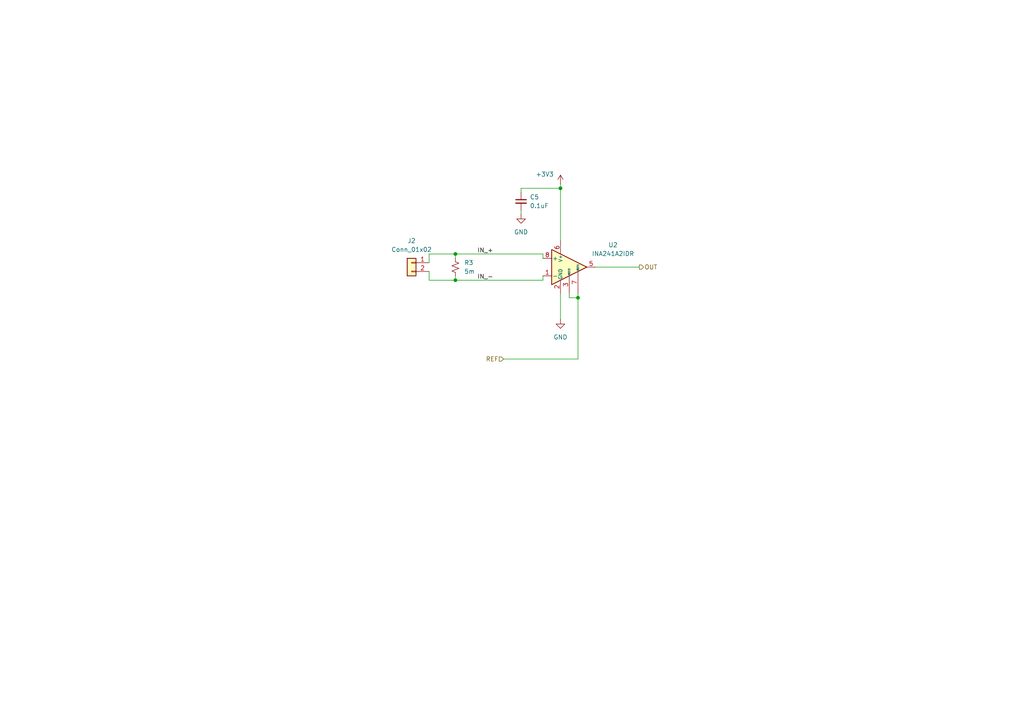
<source format=kicad_sch>
(kicad_sch (version 20250114) (generator "eeschema") (generator_version "9.0")
  (paper "A4")
  (lib_symbols
    (symbol "Amplifier_Current:INA240A1D" (pin_names (offset 0.127))
      (property "Reference" "U" (at 3.81 3.81 0))
      (property "Value" "INA240A1D" (at 3.81 -2.54 0))
      (symbol "INA240A1D_0_1"
        (polyline (pts (xy 5.08 0) (xy -5.08 5.08) (xy -5.08 -5.08) (xy 5.08 0)) (stroke (width 0.254)) (fill (type background)))
      )
      (symbol "INA240A1D_1_1"
        (pin input line (at -7.62 2.54 0) (length 2.54) (name "+") (number "8"))
        (pin input line (at -7.62 -2.54 0) (length 2.54) (name "-") (number "1"))
        (pin power_in line (at -2.54 7.62 270) (length 3.81) (name "V+") (number "6"))
        (pin power_in line (at -2.54 -7.62 90) (length 3.81) (name "GND") (number "2"))
        (pin passive line (at -2.54 -7.62 90) (length 3.81) (hide yes) (name "GND") (number "4"))
        (pin passive line (at 0 -7.62 90) (length 5.08) (name "REF2") (number "3"))
        (pin passive line (at 2.54 -7.62 90) (length 6.35) (name "REF1") (number "7"))
        (pin output line (at 7.62 0 180) (length 2.54) (name "~") (number "5"))
      )
    )
    (symbol "Connector_Generic:Conn_01x02" (pin_names (offset 1.016) (hide yes))
      (property "Reference" "J" (at 0 2.54 0))
      (property "Value" "Conn_01x02" (at 0 -5.08 0))
      (symbol "Conn_01x02_1_1"
        (rectangle (start -1.27 1.27) (end 1.27 -3.81) (stroke (width 0.254)) (fill (type background)))
        (rectangle (start -1.27 0.127) (end 0 -0.127) (stroke (width 0.1524)))
        (rectangle (start -1.27 -2.413) (end 0 -2.667) (stroke (width 0.1524)))
        (pin passive line (at -5.08 0 0) (length 3.81) (name "Pin_1") (number "1"))
        (pin passive line (at -5.08 -2.54 0) (length 3.81) (name "Pin_2") (number "2"))
      )
    )
    (symbol "Device:C_Small" (pin_numbers (hide yes)) (pin_names (offset 0.254) (hide yes))
      (property "Reference" "C" (at 0.254 1.778 0))
      (property "Value" "C_Small" (at 0.254 -2.032 0))
      (symbol "C_Small_0_1"
        (polyline (pts (xy -1.524 0.508) (xy 1.524 0.508)) (stroke (width 0.3048)))
        (polyline (pts (xy -1.524 -0.508) (xy 1.524 -0.508)) (stroke (width 0.3302)))
      )
      (symbol "C_Small_1_1"
        (pin passive line (at 0 2.54 270) (length 2.032) (name "~") (number "1"))
        (pin passive line (at 0 -2.54 90) (length 2.032) (name "~") (number "2"))
      )
    )
    (symbol "Device:R_Small_US" (pin_numbers (hide yes)) (pin_names (offset 0.254) (hide yes))
      (property "Reference" "R" (at 0.762 0.508 0))
      (property "Value" "R_Small_US" (at 0.762 -1.016 0))
      (symbol "R_Small_US_1_1"
        (polyline (pts (xy 0 1.524) (xy 1.016 1.143) (xy 0 0.762) (xy -1.016 0.381) (xy 0 0)))
        (polyline (pts (xy 0 0) (xy 1.016 -0.381) (xy 0 -0.762) (xy -1.016 -1.143) (xy 0 -1.524)))
        (pin passive line (at 0 2.54 270) (length 1.016) (name "~") (number "1"))
        (pin passive line (at 0 -2.54 90) (length 1.016) (name "~") (number "2"))
      )
    )
    (symbol "power:+3V3" (power) (pin_numbers (hide yes)) (pin_names (offset 0) (hide yes))
      (property "Value" "+3V3" (at 0 3.556 0))
      (symbol "+3V3_0_1"
        (polyline (pts (xy -0.762 1.27) (xy 0 2.54)))
        (polyline (pts (xy 0 2.54) (xy 0.762 1.27)))
        (polyline (pts (xy 0 0) (xy 0 2.54)))
      )
      (symbol "+3V3_1_1"
        (pin power_in line (at 0 0 90) (length 0) (name "~") (number "1"))
      )
    )
    (symbol "power:GND" (power) (pin_numbers (hide yes)) (pin_names (offset 0) (hide yes))
      (property "Value" "GND" (at 0 -3.81 0))
      (symbol "GND_0_1"
        (polyline (pts (xy 0 0) (xy 0 -1.27) (xy 1.27 -1.27) (xy 0 -2.54) (xy -1.27 -1.27) (xy 0 -1.27)))
      )
      (symbol "GND_1_1"
        (pin power_in line (at 0 0 270) (length 0) (name "~") (number "1"))
      )
    )
  )
  (junction (at 132.08 81.28))
  (junction (at 162.56 54.61))
  (junction (at 167.64 86.36))
  (junction (at 132.08 73.66))
  (wire (pts (xy 172.72 77.47) (xy 185.42 77.47)))
  (wire (pts (xy 165.1 86.36) (xy 167.64 86.36)))
  (wire (pts (xy 124.46 81.28) (xy 132.08 81.28)))
  (wire (pts (xy 132.08 80.01) (xy 132.08 81.28)))
  (wire (pts (xy 132.08 81.28) (xy 157.48 81.28)))
  (wire (pts (xy 162.56 54.61) (xy 162.56 69.85)))
  (wire (pts (xy 151.13 54.61) (xy 162.56 54.61)))
  (wire (pts (xy 167.64 85.09) (xy 167.64 86.36)))
  (wire (pts (xy 157.48 73.66) (xy 157.48 74.93)))
  (wire (pts (xy 132.08 73.66) (xy 157.48 73.66)))
  (wire (pts (xy 124.46 78.74) (xy 124.46 81.28)))
  (wire (pts (xy 151.13 60.96) (xy 151.13 62.23)))
  (wire (pts (xy 162.56 53.34) (xy 162.56 54.61)))
  (wire (pts (xy 167.64 86.36) (xy 167.64 104.14)))
  (wire (pts (xy 162.56 85.09) (xy 162.56 92.71)))
  (wire (pts (xy 132.08 74.93) (xy 132.08 73.66)))
  (wire (pts (xy 151.13 55.88) (xy 151.13 54.61)))
  (wire (pts (xy 157.48 80.01) (xy 157.48 81.28)))
  (wire (pts (xy 165.1 85.09) (xy 165.1 86.36)))
  (wire (pts (xy 124.46 73.66) (xy 132.08 73.66)))
  (wire (pts (xy 124.46 76.2) (xy 124.46 73.66)))
  (wire (pts (xy 146.05 104.14) (xy 167.64 104.14)))
  (label "IN_-" (at 138.43 81.28 0))
  (label "IN_+" (at 138.43 73.66 0))
  (hierarchical_label "OUT" (shape output) (at 185.42 77.47 0))
  (hierarchical_label "REF" (shape input) (at 146.05 104.14 180))
  (symbol (lib_id "power:+3V3") (at 162.56 53.34 0) (unit 1)
    (property "Reference" "#PWR09" (effects (hide yes)))
    (property "Value" "+3V3" (at 157.988 50.546 0))
    (property "Description" "Power symbol creates a global label with name \"+3V3\"" (effects (hide yes)))
    (instances (project "Three Phase Current Sensor" (path "" (reference "#PWR09") (unit 1)) (path "" (reference "#PWR012") (unit 1)) (path "" (reference "#PWR015") (unit 1))))
  )
  (symbol (lib_id "power:GND") (at 162.56 92.71 0) (unit 1)
    (property "Reference" "#PWR010" (effects (hide yes)))
    (property "Value" "GND" (at 162.56 97.79 0))
    (property "Description" "Power symbol creates a global label with name \"GND\" , ground" (effects (hide yes)))
    (instances (project "Three Phase Current Sensor" (path "" (reference "#PWR010") (unit 1)) (path "" (reference "#PWR013") (unit 1)) (path "" (reference "#PWR016") (unit 1))))
  )
  (symbol (lib_id "Device:R_Small_US") (at 132.08 77.47 0) (unit 1)
    (property "Reference" "R3" (at 134.62 76.1999 0) (effects (justify left)))
    (property "Value" "5m" (at 134.62 78.7399 0) (effects (justify left)))
    (property "Footprint" "Resistor_SMD:R_2512_6332Metric" (effects (hide yes)))
    (property "Description" "Resistor, small US symbol" (effects (hide yes)))
    (instances (project "Three Phase Current Sensor" (path "" (reference "R3") (unit 1)) (path "" (reference "R4") (unit 1)) (path "" (reference "R5") (unit 1))))
  )
  (symbol (lib_id "Device:C_Small") (at 151.13 58.42 0) (unit 1)
    (property "Reference" "C5" (at 153.67 57.1562 0) (effects (justify left)))
    (property "Value" "0.1uF" (at 153.67 59.6962 0) (effects (justify left)))
    (property "Footprint" "Capacitor_SMD:C_0603_1608Metric" (effects (hide yes)))
    (property "Description" "Unpolarized capacitor, small symbol" (effects (hide yes)))
    (instances (project "Three Phase Current Sensor" (path "" (reference "C5") (unit 1)) (path "" (reference "C6") (unit 1)) (path "" (reference "C7") (unit 1))))
  )
  (symbol (lib_id "power:GND") (at 151.13 62.23 0) (unit 1)
    (property "Reference" "#PWR08" (effects (hide yes)))
    (property "Value" "GND" (at 151.13 67.31 0))
    (property "Description" "Power symbol creates a global label with name \"GND\" , ground" (effects (hide yes)))
    (instances (project "Three Phase Current Sensor" (path "" (reference "#PWR08") (unit 1)) (path "" (reference "#PWR011") (unit 1)) (path "" (reference "#PWR014") (unit 1))))
  )
  (symbol (lib_id "Amplifier_Current:INA240A1D") (at 165.1 77.47 0) (unit 1)
    (property "Reference" "U2" (at 177.8 71.0498 0))
    (property "Value" "INA241A2IDR" (at 177.8 73.5898 0))
    (property "Footprint" "Package_SO:SOIC-8_3.9x4.9mm_P1.27mm" (effects (hide yes)))
    (property "Datasheet" "http://www.ti.com/lit/ds/symlink/ina240.pdf" (effects (hide yes)))
    (property "Description" "High- and Low-Side, Bidirectional, Zero-Drift, Current-Sense Amplifier With Enhanced PWM Rejection, 20V/V, SOIC-8" (effects (hide yes)))
    (instances (project "Three Phase Current Sensor" (path "" (reference "U2") (unit 1)) (path "" (reference "U3") (unit 1)) (path "" (reference "U4") (unit 1))))
  )
  (symbol (lib_id "Connector_Generic:Conn_01x02") (at 119.38 76.2 0) (mirror y) (unit 1)
    (property "Reference" "J2" (at 119.38 69.85 0))
    (property "Value" "Conn_01x02" (at 119.38 72.39 0))
    (property "Footprint" "TerminalBlock_Phoenix:TerminalBlock_Phoenix_MKDS-1,5-2-5.08_1x02_P5.08mm_Horizontal" (effects (hide yes)))
    (property "Description" "Generic connector, single row, 01x02, script generated (kicad-library-utils/schlib/autogen/connector/)" (effects (hide yes)))
    (instances (project "Three Phase Current Sensor" (path "" (reference "J2") (unit 1)) (path "" (reference "J3") (unit 1)) (path "" (reference "J4") (unit 1))))
  )
)
</source>
